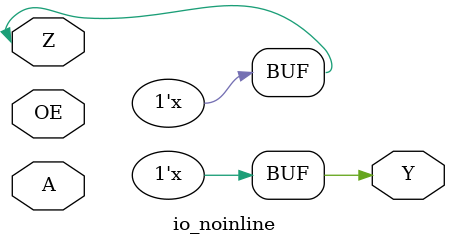
<source format=v>

module top (input A, input B, input SEL, output Y1, output Y2, output Z);
   io   io1(.A(A), .OE( SEL), .Z(Z), .Y(Y1));
   pass io2(.A(B), .OE(!SEL), .Z(Z), .Y(Y2));
   assign Z = 1'bz;
endmodule

module pass (input A, input OE, inout Z, output Y);
   io_noinline io(.A(A), .OE(OE), .Z(Z), .Y(Y));
   assign Z = 1'bz;
endmodule

module io (input A, input OE, inout Z, output Y);
   assign Z = (OE) ? A : 1'bz;
   assign Y = Z;
   assign Z = 1'bz;
endmodule

module io_noinline (input A, input OE, inout Z, output Y);
   /*verilator no_inline_module*/
   assign Z = (OE) ? A : 1'bz;
   assign Y = Z;
   assign Z = 1'bz;
endmodule

</source>
